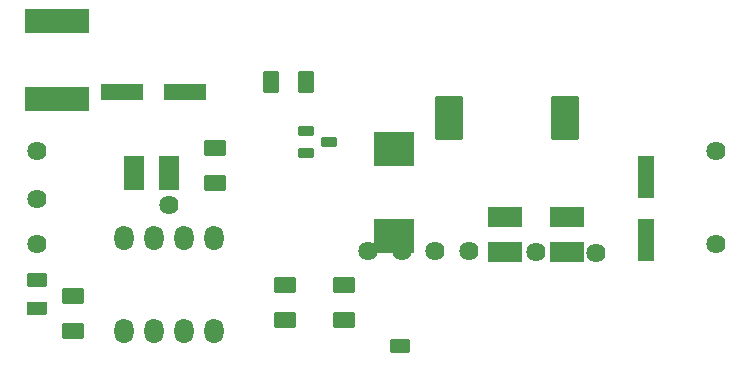
<source format=gts>
G04 Layer: TopSolderMaskLayer*
G04 EasyEDA Pro v2.2.45.4, 2025-12-20 17:50:56*
G04 Gerber Generator version 0.3*
G04 Scale: 100 percent, Rotated: No, Reflected: No*
G04 Dimensions in millimeters*
G04 Leading zeros omitted, absolute positions, 4 integers and 5 decimals*
G04 Generated by one-click*
%FSLAX45Y45*%
%MOMM*%
%AMRoundRect*1,1,$1,$2,$3*1,1,$1,$4,$5*1,1,$1,0-$2,0-$3*1,1,$1,0-$4,0-$5*20,1,$1,$2,$3,$4,$5,0*20,1,$1,$4,$5,0-$2,0-$3,0*20,1,$1,0-$2,0-$3,0-$4,0-$5,0*20,1,$1,0-$4,0-$5,$2,$3,0*4,1,4,$2,$3,$4,$5,0-$2,0-$3,0-$4,0-$5,$2,$3,0*%
%ADD10C,1.6256*%
%ADD11RoundRect,0.09424X-0.60368X-1.75367X-0.60368X1.75367*%
%ADD12RoundRect,0.09598X-1.35281X-0.82031X-1.35281X0.82031*%
%ADD13RoundRect,0.09424X-1.75367X0.60368X1.75367X0.60368*%
%ADD14RoundRect,0.09598X-0.82031X1.35281X0.82031X1.35281*%
%ADD15RoundRect,0.09017X-0.63072X0.35571X0.63072X0.35571*%
%ADD16O,1.6256X2.1016*%
%ADD17RoundRect,0.0946X-0.85416X-0.60742X-0.85416X0.60742*%
%ADD18RoundRect,0.09428X-0.85416X-0.60742X-0.85416X0.60742*%
%ADD19RoundRect,0.09428X-0.60742X0.85416X0.60742X0.85416*%
%ADD20RoundRect,0.0973X-1.10215X1.80214X1.10215X1.80214*%
%ADD21RoundRect,0.09691X-2.65234X-1.00234X-2.65234X1.00234*%
%ADD22RoundRect,0.09804X-1.65177X-1.35178X-1.65177X1.35178*%
G75*


G04 Pad Start*
G54D10*
G01X1435100Y-698500D03*
G01X1435100Y-1485900D03*
G01X-4318000Y-698500D03*
G01X-4318000Y-1485900D03*
G01X-3200400Y-1155700D03*
G01X419100Y-1562100D03*
G01X-660400Y-1549400D03*
G01X-90736Y-1557487D03*
G36*
G01X-4399280Y-2082800D02*
G01X-4399280Y-1981200D01*
G02X-4394200Y-1976120I5080J0D01*
G01X-4241800Y-1976120D01*
G02X-4236720Y-1981200I0J-5080D01*
G01X-4236720Y-2082800D01*
G02X-4241800Y-2087880I-5080J0D01*
G01X-4394200Y-2087880D01*
G02X-4399280Y-2082800I0J5080D01*
G37*
G36*
G01X-4399280Y-1841500D02*
G01X-4399280Y-1739900D01*
G02X-4394200Y-1734820I5080J0D01*
G01X-4241800Y-1734820D01*
G02X-4236720Y-1739900I0J-5080D01*
G01X-4236720Y-1841500D01*
G02X-4241800Y-1846580I-5080J0D01*
G01X-4394200Y-1846580D01*
G02X-4399280Y-1841500I0J5080D01*
G37*
G01X-4318000Y-1104900D03*
G01X-944033Y-1549730D03*
G01X-1227667Y-1549730D03*
G36*
G01X-1325880Y-2400300D02*
G01X-1325880Y-2298700D01*
G02X-1320800Y-2293620I5080J0D01*
G01X-1168400Y-2293620D01*
G02X-1163320Y-2298700I0J-5080D01*
G01X-1163320Y-2400300D01*
G02X-1168400Y-2405380I-5080J0D01*
G01X-1320800Y-2405380D01*
G02X-1325880Y-2400300I0J5080D01*
G37*
G01X-1511300Y-1549400D03*
G54D11*
G01X842164Y-917125D03*
G01X842164Y-1451135D03*
G54D12*
G01X167387Y-1254008D03*
G01X167387Y-1557487D03*
G01X-350671Y-1254008D03*
G01X-350671Y-1557487D03*
G54D13*
G01X-3601800Y-197536D03*
G01X-3067790Y-197536D03*
G54D14*
G01X-3195980Y-885203D03*
G01X-3499460Y-885203D03*
G54D15*
G01X-2043100Y-527304D03*
G01X-2043100Y-717296D03*
G01X-1843100Y-622300D03*
G54D16*
G01X-3581400Y-2223795D03*
G01X-3581400Y-1433805D03*
G01X-3327400Y-2223795D03*
G01X-3327400Y-1433805D03*
G01X-3073400Y-2223795D03*
G01X-3073400Y-1433805D03*
G01X-2819400Y-2223795D03*
G01X-2819400Y-1433805D03*
G54D18*
G01X-2217754Y-1831627D03*
G01X-2217754Y-2127385D03*
G54D19*
G01X-2039089Y-112080D03*
G01X-2334847Y-112080D03*
G54D18*
G01X-1716518Y-2127385D03*
G01X-1716518Y-1831627D03*
G01X-2806700Y-677621D03*
G01X-2806700Y-973379D03*
G54D20*
G01X151367Y-418407D03*
G01X-828631Y-418407D03*
G54D21*
G01X-4150713Y402989D03*
G01X-4150713Y-257005D03*
G54D18*
G01X-4015768Y-2223907D03*
G01X-4015768Y-1928150D03*
G54D22*
G01X-1295400Y-1422730D03*
G01X-1295400Y-685470D03*
G04 Pad End*

M02*


</source>
